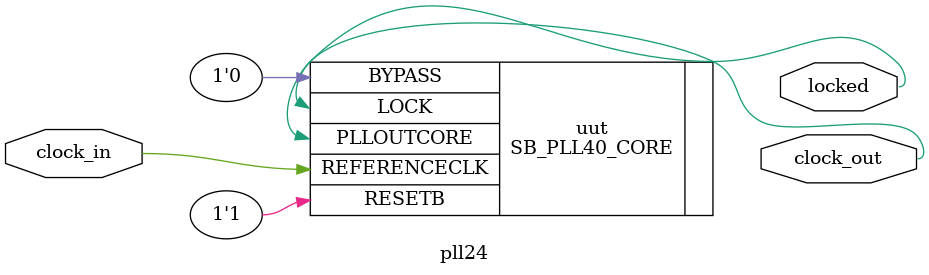
<source format=v>
/**
 * PLL configuration
 *
 * This Verilog module was generated automatically
 * using the icepll tool from the IceStorm project.
 * Use at your own risk.
 *
 * Given input frequency:        12.000 MHz
 * Requested output frequency:   24.000 MHz
 * Achieved output frequency:    24.000 MHz
 */

module pll24(
	input  clock_in,
	output clock_out,
	output locked
	);

SB_PLL40_CORE #(
		.FEEDBACK_PATH("SIMPLE"),
		.DIVR(4'b0000),		// DIVR =  0
		.DIVF(7'b0111111),	// DIVF = 63
		.DIVQ(3'b101),		// DIVQ =  5
		.FILTER_RANGE(3'b001)	// FILTER_RANGE = 1
	) uut (
		.LOCK(locked),
		.RESETB(1'b1),
		.BYPASS(1'b0),
		.REFERENCECLK(clock_in),
		.PLLOUTCORE(clock_out)
		);

endmodule

</source>
